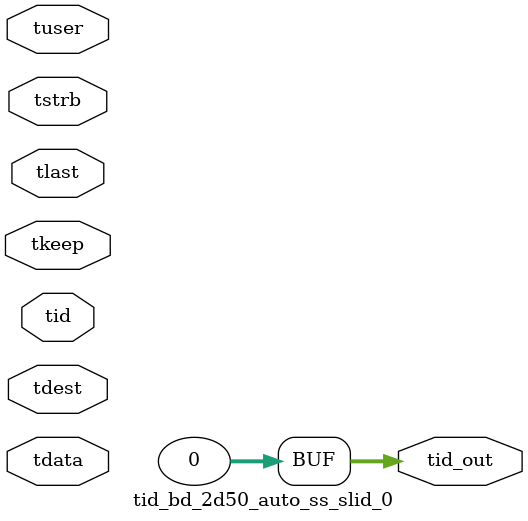
<source format=v>


`timescale 1ps/1ps

module tid_bd_2d50_auto_ss_slid_0 #
(
parameter C_S_AXIS_TID_WIDTH   = 1,
parameter C_S_AXIS_TUSER_WIDTH = 0,
parameter C_S_AXIS_TDATA_WIDTH = 0,
parameter C_S_AXIS_TDEST_WIDTH = 0,
parameter C_M_AXIS_TID_WIDTH   = 32
)
(
input  [(C_S_AXIS_TID_WIDTH   == 0 ? 1 : C_S_AXIS_TID_WIDTH)-1:0       ] tid,
input  [(C_S_AXIS_TDATA_WIDTH == 0 ? 1 : C_S_AXIS_TDATA_WIDTH)-1:0     ] tdata,
input  [(C_S_AXIS_TUSER_WIDTH == 0 ? 1 : C_S_AXIS_TUSER_WIDTH)-1:0     ] tuser,
input  [(C_S_AXIS_TDEST_WIDTH == 0 ? 1 : C_S_AXIS_TDEST_WIDTH)-1:0     ] tdest,
input  [(C_S_AXIS_TDATA_WIDTH/8)-1:0 ] tkeep,
input  [(C_S_AXIS_TDATA_WIDTH/8)-1:0 ] tstrb,
input                                                                    tlast,
output [(C_M_AXIS_TID_WIDTH   == 0 ? 1 : C_M_AXIS_TID_WIDTH)-1:0       ] tid_out
);

assign tid_out = {1'b0};

endmodule


</source>
